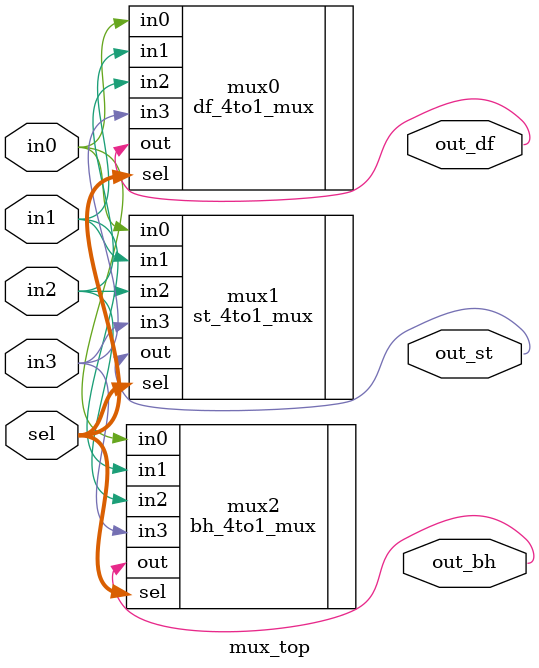
<source format=v>
module mux_top(out_df, out_st, out_bh, in0, in1, in2, in3, sel);

output out_df, out_st, out_bh;
input  in0, in1, in2, in3;
input [1:0] sel;

df_4to1_mux mux0(.out(out_df), .in0(in0), .in1(in1), .in2(in2), .in3(in3), .sel(sel));
st_4to1_mux mux1(.out(out_st), .in0(in0), .in1(in1), .in2(in2), .in3(in3), .sel(sel));
bh_4to1_mux mux2(.out(out_bh), .in0(in0), .in1(in1), .in2(in2), .in3(in3), .sel(sel));

endmodule
</source>
